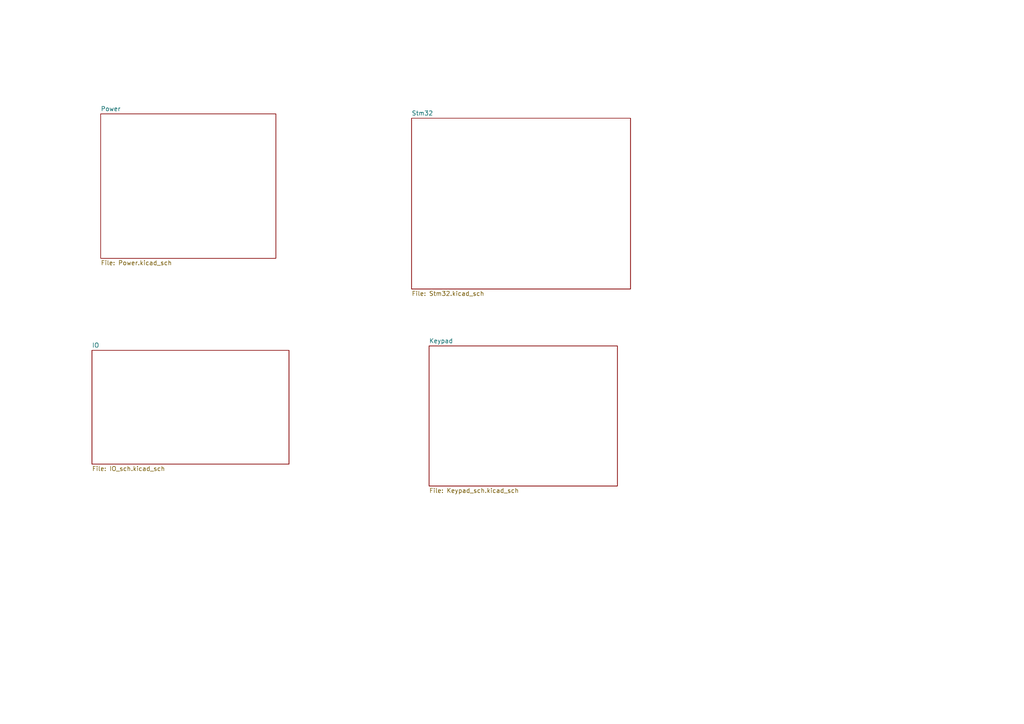
<source format=kicad_sch>
(kicad_sch
	(version 20231120)
	(generator "eeschema")
	(generator_version "8.0")
	(uuid "b891bd63-4c9a-4e39-83a8-4d250af0f543")
	(paper "A4")
	(lib_symbols)
	(sheet
		(at 29.21 33.02)
		(size 50.8 41.91)
		(fields_autoplaced yes)
		(stroke
			(width 0.1524)
			(type solid)
		)
		(fill
			(color 0 0 0 0.0000)
		)
		(uuid "10c586e2-873e-4286-ae12-59f154d13310")
		(property "Sheetname" "Power"
			(at 29.21 32.3084 0)
			(effects
				(font
					(size 1.27 1.27)
				)
				(justify left bottom)
			)
		)
		(property "Sheetfile" "Power.kicad_sch"
			(at 29.21 75.5146 0)
			(effects
				(font
					(size 1.27 1.27)
				)
				(justify left top)
			)
		)
		(instances
			(project "Keypaad_Calculator_REV_3_1"
				(path "/b891bd63-4c9a-4e39-83a8-4d250af0f543"
					(page "2")
				)
			)
		)
	)
	(sheet
		(at 124.46 100.33)
		(size 54.61 40.64)
		(fields_autoplaced yes)
		(stroke
			(width 0.1524)
			(type solid)
		)
		(fill
			(color 0 0 0 0.0000)
		)
		(uuid "4e172409-07c4-4544-aeff-eae424082a26")
		(property "Sheetname" "Keypad"
			(at 124.46 99.6184 0)
			(effects
				(font
					(size 1.27 1.27)
				)
				(justify left bottom)
			)
		)
		(property "Sheetfile" "Keypad_sch.kicad_sch"
			(at 124.46 141.5546 0)
			(effects
				(font
					(size 1.27 1.27)
				)
				(justify left top)
			)
		)
		(instances
			(project "Keypaad_Calculator_REV_3_1"
				(path "/b891bd63-4c9a-4e39-83a8-4d250af0f543"
					(page "5")
				)
			)
		)
	)
	(sheet
		(at 119.38 34.29)
		(size 63.5 49.53)
		(fields_autoplaced yes)
		(stroke
			(width 0.1524)
			(type solid)
		)
		(fill
			(color 0 0 0 0.0000)
		)
		(uuid "7c00d714-41c9-4353-9074-c64f8a2baeca")
		(property "Sheetname" "Stm32"
			(at 119.38 33.5784 0)
			(effects
				(font
					(size 1.27 1.27)
				)
				(justify left bottom)
			)
		)
		(property "Sheetfile" "Stm32.kicad_sch"
			(at 119.38 84.4046 0)
			(effects
				(font
					(size 1.27 1.27)
				)
				(justify left top)
			)
		)
		(instances
			(project "Keypaad_Calculator_REV_3_1"
				(path "/b891bd63-4c9a-4e39-83a8-4d250af0f543"
					(page "3")
				)
			)
		)
	)
	(sheet
		(at 26.67 101.6)
		(size 57.15 33.02)
		(fields_autoplaced yes)
		(stroke
			(width 0.1524)
			(type solid)
		)
		(fill
			(color 0 0 0 0.0000)
		)
		(uuid "84fe79a7-8027-44bc-9c13-128b251bab9b")
		(property "Sheetname" "IO"
			(at 26.67 100.8884 0)
			(effects
				(font
					(size 1.27 1.27)
				)
				(justify left bottom)
			)
		)
		(property "Sheetfile" "IO_sch.kicad_sch"
			(at 26.67 135.2046 0)
			(effects
				(font
					(size 1.27 1.27)
				)
				(justify left top)
			)
		)
		(instances
			(project "Keypaad_Calculator_REV_3_1"
				(path "/b891bd63-4c9a-4e39-83a8-4d250af0f543"
					(page "4")
				)
			)
		)
	)
	(sheet_instances
		(path "/"
			(page "1")
		)
	)
)

</source>
